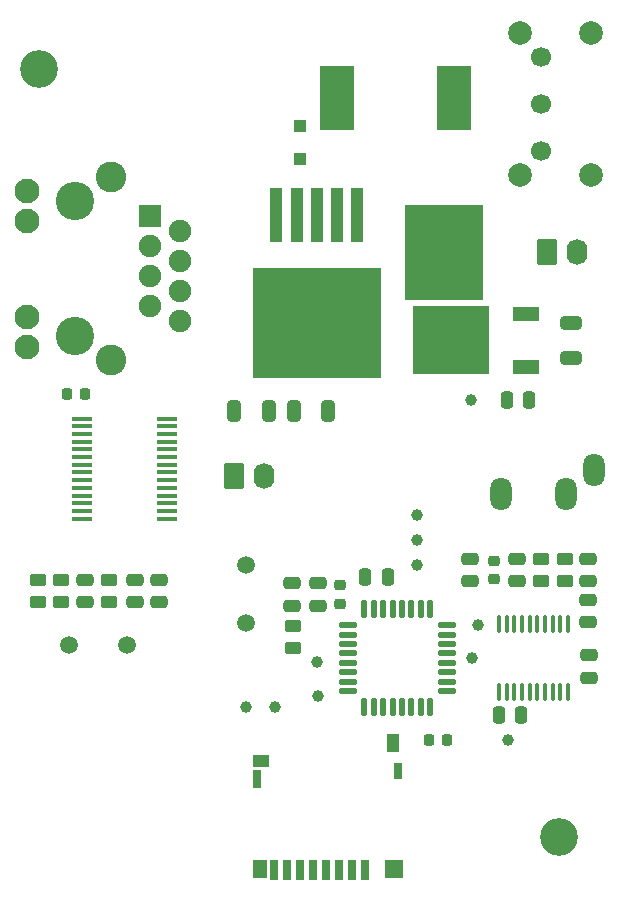
<source format=gbr>
%TF.GenerationSoftware,KiCad,Pcbnew,(5.99.0-8361-gd4c36230d2)*%
%TF.CreationDate,2021-01-14T13:58:05+01:00*%
%TF.ProjectId,mp3,6d70332e-6b69-4636-9164-5f7063625858,rev?*%
%TF.SameCoordinates,PXae85bc0PY7459280*%
%TF.FileFunction,Soldermask,Top*%
%TF.FilePolarity,Negative*%
%FSLAX46Y46*%
G04 Gerber Fmt 4.6, Leading zero omitted, Abs format (unit mm)*
G04 Created by KiCad (PCBNEW (5.99.0-8361-gd4c36230d2)) date 2021-01-14 13:58:05*
%MOMM*%
%LPD*%
G01*
G04 APERTURE LIST*
G04 Aperture macros list*
%AMRoundRect*
0 Rectangle with rounded corners*
0 $1 Rounding radius*
0 $2 $3 $4 $5 $6 $7 $8 $9 X,Y pos of 4 corners*
0 Add a 4 corners polygon primitive as box body*
4,1,4,$2,$3,$4,$5,$6,$7,$8,$9,$2,$3,0*
0 Add four circle primitives for the rounded corners*
1,1,$1+$1,$2,$3*
1,1,$1+$1,$4,$5*
1,1,$1+$1,$6,$7*
1,1,$1+$1,$8,$9*
0 Add four rect primitives between the rounded corners*
20,1,$1+$1,$2,$3,$4,$5,0*
20,1,$1+$1,$4,$5,$6,$7,0*
20,1,$1+$1,$6,$7,$8,$9,0*
20,1,$1+$1,$8,$9,$2,$3,0*%
G04 Aperture macros list end*
%ADD10C,0.100000*%
%ADD11R,1.750000X0.450000*%
%ADD12C,2.000000*%
%ADD13C,1.700000*%
%ADD14RoundRect,0.225000X0.250000X-0.225000X0.250000X0.225000X-0.250000X0.225000X-0.250000X-0.225000X0*%
%ADD15RoundRect,0.225000X0.225000X0.250000X-0.225000X0.250000X-0.225000X-0.250000X0.225000X-0.250000X0*%
%ADD16C,1.000000*%
%ADD17R,2.900000X5.400000*%
%ADD18RoundRect,0.250000X-0.450000X0.262500X-0.450000X-0.262500X0.450000X-0.262500X0.450000X0.262500X0*%
%ADD19C,3.200000*%
%ADD20RoundRect,0.250000X0.475000X-0.250000X0.475000X0.250000X-0.475000X0.250000X-0.475000X-0.250000X0*%
%ADD21RoundRect,0.250000X0.250000X0.475000X-0.250000X0.475000X-0.250000X-0.475000X0.250000X-0.475000X0*%
%ADD22C,1.500000*%
%ADD23RoundRect,0.250000X-0.475000X0.250000X-0.475000X-0.250000X0.475000X-0.250000X0.475000X0.250000X0*%
%ADD24RoundRect,0.250000X0.450000X-0.262500X0.450000X0.262500X-0.450000X0.262500X-0.450000X-0.262500X0*%
%ADD25RoundRect,0.250000X-0.325000X-0.650000X0.325000X-0.650000X0.325000X0.650000X-0.325000X0.650000X0*%
%ADD26R,0.700000X1.750000*%
%ADD27R,1.450000X1.000000*%
%ADD28R,1.000000X1.550000*%
%ADD29R,0.800000X1.400000*%
%ADD30R,1.500000X1.500000*%
%ADD31R,0.800000X1.500000*%
%ADD32R,1.300000X1.500000*%
%ADD33O,1.800000X2.800000*%
%ADD34RoundRect,0.100000X-0.100000X0.637500X-0.100000X-0.637500X0.100000X-0.637500X0.100000X0.637500X0*%
%ADD35C,3.250000*%
%ADD36R,1.900000X1.900000*%
%ADD37C,1.900000*%
%ADD38C,2.100000*%
%ADD39C,2.600000*%
%ADD40R,2.200000X1.200000*%
%ADD41R,6.400000X5.800000*%
%ADD42RoundRect,0.250000X-0.250000X-0.475000X0.250000X-0.475000X0.250000X0.475000X-0.250000X0.475000X0*%
%ADD43RoundRect,0.250000X-0.650000X0.325000X-0.650000X-0.325000X0.650000X-0.325000X0.650000X0.325000X0*%
%ADD44RoundRect,0.125000X-0.625000X-0.125000X0.625000X-0.125000X0.625000X0.125000X-0.625000X0.125000X0*%
%ADD45RoundRect,0.125000X-0.125000X-0.625000X0.125000X-0.625000X0.125000X0.625000X-0.125000X0.625000X0*%
%ADD46R,1.100000X4.600000*%
%ADD47R,10.800000X9.400000*%
%ADD48R,1.100000X1.100000*%
%ADD49RoundRect,0.250000X-0.620000X-0.845000X0.620000X-0.845000X0.620000X0.845000X-0.620000X0.845000X0*%
%ADD50O,1.740000X2.190000*%
%ADD51RoundRect,0.250000X0.325000X0.650000X-0.325000X0.650000X-0.325000X-0.650000X0.325000X-0.650000X0*%
G04 APERTURE END LIST*
D10*
X-11500000Y50500000D02*
X-18000000Y50500000D01*
X-18000000Y50500000D02*
X-18000000Y58500000D01*
X-18000000Y58500000D02*
X-11500000Y58500000D01*
X-11500000Y58500000D02*
X-11500000Y50500000D01*
G36*
X-11500000Y50500000D02*
G01*
X-18000000Y50500000D01*
X-18000000Y58500000D01*
X-11500000Y58500000D01*
X-11500000Y50500000D01*
G37*
X-11500000Y50500000D02*
X-18000000Y50500000D01*
X-18000000Y58500000D01*
X-11500000Y58500000D01*
X-11500000Y50500000D01*
D11*
%TO.C,U5*%
X-38176000Y31923000D03*
X-38176000Y32573000D03*
X-38176000Y33223000D03*
X-38176000Y33873000D03*
X-38176000Y34523000D03*
X-38176000Y35173000D03*
X-38176000Y35823000D03*
X-38176000Y36473000D03*
X-38176000Y37123000D03*
X-38176000Y37773000D03*
X-38176000Y38423000D03*
X-38176000Y39073000D03*
X-38176000Y39723000D03*
X-38176000Y40373000D03*
X-45376000Y40373000D03*
X-45376000Y39723000D03*
X-45376000Y39073000D03*
X-45376000Y38423000D03*
X-45376000Y37773000D03*
X-45376000Y37123000D03*
X-45376000Y36473000D03*
X-45376000Y35823000D03*
X-45376000Y35173000D03*
X-45376000Y34523000D03*
X-45376000Y33873000D03*
X-45376000Y33223000D03*
X-45376000Y32573000D03*
X-45376000Y31923000D03*
%TD*%
D12*
%TO.C,SW1*%
X-8250000Y61000000D03*
X-2250000Y73000000D03*
X-2250000Y61000000D03*
X-8250000Y73000000D03*
D13*
X-6500000Y63000000D03*
X-6500000Y67000000D03*
X-6500000Y71000000D03*
%TD*%
D14*
%TO.C,C11*%
X-23500000Y24725000D03*
X-23500000Y26275000D03*
%TD*%
D15*
%TO.C,C20*%
X-45125000Y42500000D03*
X-46675000Y42500000D03*
%TD*%
D16*
%TO.C,TP1*%
X-25400000Y16900000D03*
%TD*%
D17*
%TO.C,L1*%
X-13900000Y67530000D03*
X-23800000Y67530000D03*
%TD*%
D18*
%TO.C,R6*%
X-49060000Y26698500D03*
X-49060000Y24873500D03*
%TD*%
D19*
%TO.C,H2*%
X-5000000Y5000000D03*
%TD*%
D16*
%TO.C,TP11*%
X-9264000Y13200000D03*
%TD*%
%TO.C,TP2*%
X-31500000Y16000000D03*
%TD*%
D20*
%TO.C,C9*%
X-8500000Y26600000D03*
X-8500000Y28500000D03*
%TD*%
D21*
%TO.C,C13*%
X-19500000Y27000000D03*
X-21400000Y27000000D03*
%TD*%
D18*
%TO.C,R1*%
X-27500000Y22812500D03*
X-27500000Y20987500D03*
%TD*%
D22*
%TO.C,Y1*%
X-31500000Y28000000D03*
X-31500000Y23120000D03*
%TD*%
D23*
%TO.C,C18*%
X-40900000Y26750000D03*
X-40900000Y24850000D03*
%TD*%
D16*
%TO.C,TP6*%
X-25500000Y19800000D03*
%TD*%
D24*
%TO.C,R3*%
X-4500000Y26675000D03*
X-4500000Y28500000D03*
%TD*%
D25*
%TO.C,C3*%
X-32500000Y41000000D03*
X-29550000Y41000000D03*
%TD*%
D19*
%TO.C,H1*%
X-49000000Y70000000D03*
%TD*%
D16*
%TO.C,TP9*%
X-17000000Y28000000D03*
%TD*%
D18*
%TO.C,R5*%
X-47110000Y26708500D03*
X-47110000Y24883500D03*
%TD*%
D23*
%TO.C,C14*%
X-2490000Y25060000D03*
X-2490000Y23160000D03*
%TD*%
D26*
%TO.C,J5*%
X-21425000Y2150000D03*
X-22525000Y2150000D03*
X-23625000Y2150000D03*
X-24725000Y2150000D03*
X-25825000Y2150000D03*
X-26925000Y2150000D03*
X-28025000Y2150000D03*
X-29125000Y2150000D03*
D27*
X-30250000Y11375000D03*
D28*
X-19025000Y12950000D03*
D29*
X-18625000Y10525000D03*
D30*
X-18975000Y2275000D03*
D31*
X-30575000Y9875000D03*
D32*
X-30325000Y2275000D03*
%TD*%
D16*
%TO.C,TP8*%
X-11804000Y22940000D03*
%TD*%
D23*
%TO.C,C2*%
X-25400000Y26450000D03*
X-25400000Y24550000D03*
%TD*%
%TO.C,C17*%
X-45132000Y26750000D03*
X-45132000Y24850000D03*
%TD*%
D20*
%TO.C,C8*%
X-12500000Y26600000D03*
X-12500000Y28500000D03*
%TD*%
D33*
%TO.C,J4*%
X-9900000Y34000000D03*
X-2000000Y36000000D03*
X-4400000Y34000000D03*
%TD*%
D34*
%TO.C,U4*%
X-4220000Y22960000D03*
X-4870000Y22960000D03*
X-5520000Y22960000D03*
X-6170000Y22960000D03*
X-6820000Y22960000D03*
X-7470000Y22960000D03*
X-8120000Y22960000D03*
X-8770000Y22960000D03*
X-9420000Y22960000D03*
X-10070000Y22960000D03*
X-10070000Y17235000D03*
X-9420000Y17235000D03*
X-8770000Y17235000D03*
X-8120000Y17235000D03*
X-7470000Y17235000D03*
X-6820000Y17235000D03*
X-6170000Y17235000D03*
X-5520000Y17235000D03*
X-4870000Y17235000D03*
X-4220000Y17235000D03*
%TD*%
D35*
%TO.C,J6*%
X-45950000Y47340000D03*
X-45950000Y58770000D03*
D36*
X-39600000Y57500000D03*
D37*
X-37060000Y56230000D03*
X-39600000Y54960000D03*
X-37060000Y53690000D03*
X-39600000Y52420000D03*
X-37060000Y51150000D03*
X-39600000Y49880000D03*
X-37060000Y48610000D03*
D38*
X-50010000Y59680000D03*
X-50010000Y57140000D03*
X-50010000Y48970000D03*
X-50010000Y46430000D03*
D39*
X-42900000Y45310000D03*
X-42900000Y60800000D03*
%TD*%
D22*
%TO.C,Y2*%
X-41576000Y21228000D03*
X-46456000Y21228000D03*
%TD*%
D14*
%TO.C,C7*%
X-10500000Y26775000D03*
X-10500000Y28325000D03*
%TD*%
D16*
%TO.C,TP3*%
X-29000000Y16000000D03*
%TD*%
D24*
%TO.C,R2*%
X-6500000Y26675000D03*
X-6500000Y28500000D03*
%TD*%
D40*
%TO.C,U3*%
X-7800000Y44720000D03*
D41*
X-14100000Y47000000D03*
D40*
X-7800000Y49280000D03*
%TD*%
D42*
%TO.C,C6*%
X-9425000Y42000000D03*
X-7525000Y42000000D03*
%TD*%
D20*
%TO.C,C15*%
X-2450000Y18450000D03*
X-2450000Y20350000D03*
%TD*%
D43*
%TO.C,C5*%
X-4000000Y48450000D03*
X-4000000Y45500000D03*
%TD*%
D44*
%TO.C,U2*%
X-22850000Y22900000D03*
X-22850000Y22100000D03*
X-22850000Y21300000D03*
X-22850000Y20500000D03*
X-22850000Y19700000D03*
X-22850000Y18900000D03*
X-22850000Y18100000D03*
X-22850000Y17300000D03*
D45*
X-21475000Y15925000D03*
X-20675000Y15925000D03*
X-19875000Y15925000D03*
X-19075000Y15925000D03*
X-18275000Y15925000D03*
X-17475000Y15925000D03*
X-16675000Y15925000D03*
X-15875000Y15925000D03*
D44*
X-14500000Y17300000D03*
X-14500000Y18100000D03*
X-14500000Y18900000D03*
X-14500000Y19700000D03*
X-14500000Y20500000D03*
X-14500000Y21300000D03*
X-14500000Y22100000D03*
X-14500000Y22900000D03*
D45*
X-15875000Y24275000D03*
X-16675000Y24275000D03*
X-17475000Y24275000D03*
X-18275000Y24275000D03*
X-19075000Y24275000D03*
X-19875000Y24275000D03*
X-20675000Y24275000D03*
X-21475000Y24275000D03*
%TD*%
D46*
%TO.C,U1*%
X-22100000Y57650000D03*
X-23800000Y57650000D03*
D47*
X-25500000Y48500000D03*
D46*
X-25500000Y57650000D03*
X-27200000Y57650000D03*
X-28900000Y57650000D03*
%TD*%
D16*
%TO.C,TP10*%
X-12312000Y20146000D03*
%TD*%
D20*
%TO.C,C10*%
X-2500000Y26600000D03*
X-2500000Y28500000D03*
%TD*%
D24*
%TO.C,R4*%
X-43100000Y24887500D03*
X-43100000Y26712500D03*
%TD*%
D16*
%TO.C,TP12*%
X-12400000Y42000000D03*
%TD*%
%TO.C,TP7*%
X-17000000Y30100000D03*
%TD*%
D23*
%TO.C,C19*%
X-38872000Y26756000D03*
X-38872000Y24856000D03*
%TD*%
D48*
%TO.C,D1*%
X-26920000Y65180000D03*
X-26920000Y62380000D03*
%TD*%
D42*
%TO.C,C16*%
X-10100000Y15250000D03*
X-8200000Y15250000D03*
%TD*%
D49*
%TO.C,J2*%
X-32500000Y35500000D03*
D50*
X-29960000Y35500000D03*
%TD*%
D15*
%TO.C,C12*%
X-14475000Y13200000D03*
X-16025000Y13200000D03*
%TD*%
D49*
%TO.C,J3*%
X-6000000Y54500000D03*
D50*
X-3460000Y54500000D03*
%TD*%
D16*
%TO.C,TP4*%
X-17000000Y32200000D03*
%TD*%
D23*
%TO.C,C1*%
X-27600000Y26450000D03*
X-27600000Y24550000D03*
%TD*%
D51*
%TO.C,C4*%
X-24500000Y41000000D03*
X-27450000Y41000000D03*
%TD*%
M02*

</source>
